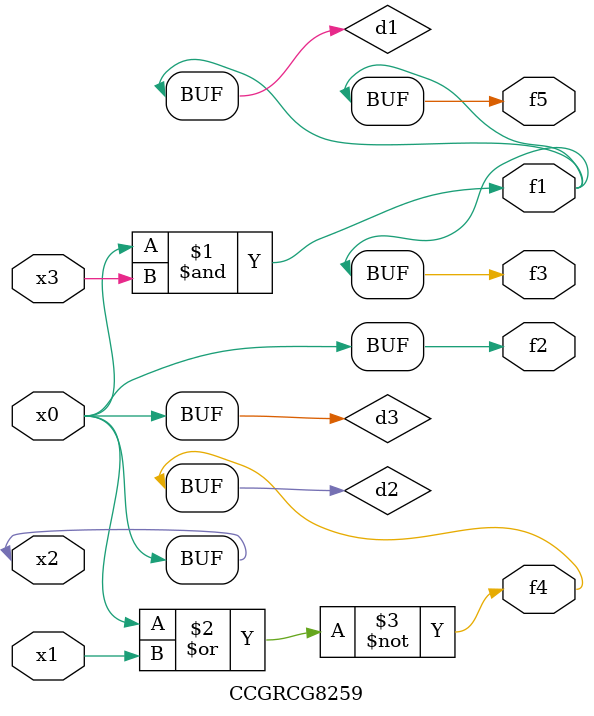
<source format=v>
module CCGRCG8259(
	input x0, x1, x2, x3,
	output f1, f2, f3, f4, f5
);

	wire d1, d2, d3;

	and (d1, x2, x3);
	nor (d2, x0, x1);
	buf (d3, x0, x2);
	assign f1 = d1;
	assign f2 = d3;
	assign f3 = d1;
	assign f4 = d2;
	assign f5 = d1;
endmodule

</source>
